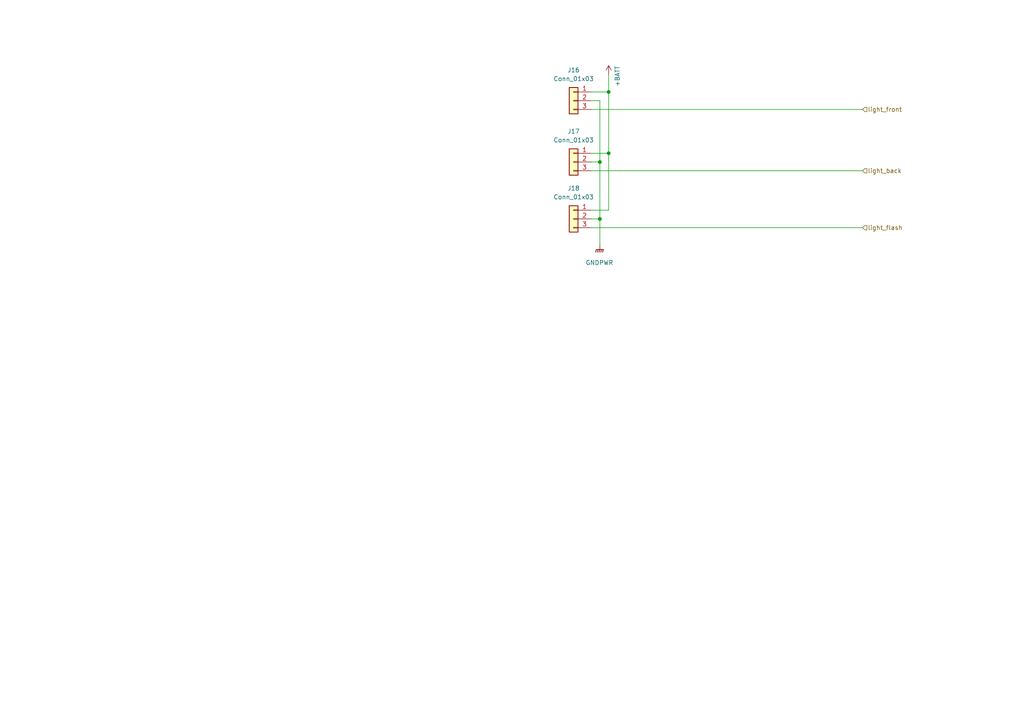
<source format=kicad_sch>
(kicad_sch (version 20211123) (generator eeschema)
  (paper "A4")
  (lib_symbols
    (symbol "Connector_Generic:Conn_01x03" (pin_names (offset 1.016) hide)
      (property "Reference" "J" (at 0 5.08 0))
      (property "Value" "Conn_01x03" (at 0 -5.08 0))
      (symbol "Conn_01x03_1_1"
        (rectangle (start -1.27 -2.413) (end 0 -2.667) (stroke (width 0.1524)))
        (rectangle (start -1.27 0.127) (end 0 -0.127) (stroke (width 0.1524)))
        (rectangle (start -1.27 2.667) (end 0 2.413) (stroke (width 0.1524)))
        (rectangle (start -1.27 3.81) (end 1.27 -3.81) (stroke (width 0.254)) (fill (type background)))
        (pin passive line (at -5.08 2.54 0) (length 3.81) (name "Pin_1") (number "1"))
        (pin passive line (at -5.08 0 0) (length 3.81) (name "Pin_2") (number "2"))
        (pin passive line (at -5.08 -2.54 0) (length 3.81) (name "Pin_3") (number "3"))
      )
    )
    (symbol "power:+BATT" (power) (pin_names (offset 0))
      (property "Value" "+BATT" (at 0 3.556 0))
      (symbol "+BATT_0_1"
        (polyline (pts (xy -0.762 1.27) (xy 0 2.54)))
        (polyline (pts (xy 0 0) (xy 0 2.54)))
        (polyline (pts (xy 0 2.54) (xy 0.762 1.27)))
      )
      (symbol "+BATT_1_1"
        (pin power_in line (at 0 0 90) (length 0) hide (name "+BATT") (number "1"))
      )
    )
    (symbol "power:GNDPWR" (power) (pin_names (offset 0))
      (property "Value" "GNDPWR" (at 0 -3.302 0))
      (symbol "GNDPWR_0_1"
        (polyline (pts (xy 0 -1.27) (xy 0 0)))
        (polyline (pts (xy -1.016 -1.27) (xy -1.27 -2.032) (xy -1.27 -2.032)) (stroke (width 0.2032)))
        (polyline (pts (xy -0.508 -1.27) (xy -0.762 -2.032) (xy -0.762 -2.032)) (stroke (width 0.2032)))
        (polyline (pts (xy 0 -1.27) (xy -0.254 -2.032) (xy -0.254 -2.032)) (stroke (width 0.2032)))
        (polyline (pts (xy 0.508 -1.27) (xy 0.254 -2.032) (xy 0.254 -2.032)) (stroke (width 0.2032)))
        (polyline (pts (xy 1.016 -1.27) (xy -1.016 -1.27) (xy -1.016 -1.27)) (stroke (width 0.2032)))
        (polyline (pts (xy 1.016 -1.27) (xy 0.762 -2.032) (xy 0.762 -2.032) (xy 0.762 -2.032)) (stroke (width 0.2032)))
      )
      (symbol "GNDPWR_1_1"
        (pin power_in line (at 0 0 270) (length 0) hide (name "GNDPWR") (number "1"))
      )
    )
  )
  (junction (at 176.53 26.67))
  (junction (at 173.99 46.99))
  (junction (at 173.99 63.5))
  (junction (at 176.53 44.45))
  (wire (pts (xy 176.53 60.96) (xy 176.53 44.45)))
  (wire (pts (xy 176.53 44.45) (xy 176.53 26.67)))
  (wire (pts (xy 171.45 26.67) (xy 176.53 26.67)))
  (wire (pts (xy 171.45 66.04) (xy 250.19 66.04)))
  (wire (pts (xy 173.99 63.5) (xy 171.45 63.5)))
  (wire (pts (xy 171.45 44.45) (xy 176.53 44.45)))
  (wire (pts (xy 171.45 46.99) (xy 173.99 46.99)))
  (wire (pts (xy 173.99 29.21) (xy 173.99 46.99)))
  (wire (pts (xy 171.45 31.75) (xy 250.19 31.75)))
  (wire (pts (xy 171.45 29.21) (xy 173.99 29.21)))
  (wire (pts (xy 171.45 49.53) (xy 250.19 49.53)))
  (wire (pts (xy 173.99 71.12) (xy 173.99 63.5)))
  (wire (pts (xy 171.45 60.96) (xy 176.53 60.96)))
  (wire (pts (xy 176.53 26.67) (xy 176.53 21.59)))
  (wire (pts (xy 173.99 46.99) (xy 173.99 63.5)))
  (hierarchical_label "light_flash" (shape input) (at 250.19 66.04 0))
  (hierarchical_label "light_back" (shape input) (at 250.19 49.53 0))
  (hierarchical_label "light_front" (shape input) (at 250.19 31.75 0))
  (symbol (lib_id "Connector_Generic:Conn_01x03") (at 166.37 46.99 0) (mirror y) (unit 1)
    (property "Reference" "J17" (at 166.37 38.1 0))
    (property "Value" "Conn_01x03" (at 166.37 40.64 0))
    (property "Footprint" "Connector_JST:JST_XA_B03B-XASK-1_1x03_P2.50mm_Vertical" (effects hide))
  )
  (symbol (lib_id "Connector_Generic:Conn_01x03") (at 166.37 63.5 0) (mirror y) (unit 1)
    (property "Reference" "J18" (at 166.37 54.61 0))
    (property "Value" "Conn_01x03" (at 166.37 57.15 0))
    (property "Footprint" "Connector_JST:JST_XA_B03B-XASK-1_1x03_P2.50mm_Vertical" (effects hide))
  )
  (symbol (lib_id "power:+BATT") (at 176.53 21.59 0) (unit 1)
    (property "Reference" "#PWR0135" (effects hide))
    (property "Value" "+BATT" (at 179.07 19.05 90) (effects (justify right)))
  )
  (symbol (lib_id "Connector_Generic:Conn_01x03") (at 166.37 29.21 0) (mirror y) (unit 1)
    (property "Reference" "J16" (at 166.37 20.32 0))
    (property "Value" "Conn_01x03" (at 166.37 22.86 0))
    (property "Footprint" "Connector_JST:JST_XA_B03B-XASK-1_1x03_P2.50mm_Vertical" (effects hide))
  )
  (symbol (lib_id "power:GNDPWR") (at 173.99 71.12 0) (unit 1)
    (property "Reference" "#PWR02" (effects hide))
    (property "Value" "GNDPWR" (at 173.863 76.2 0))
  )
)
</source>
